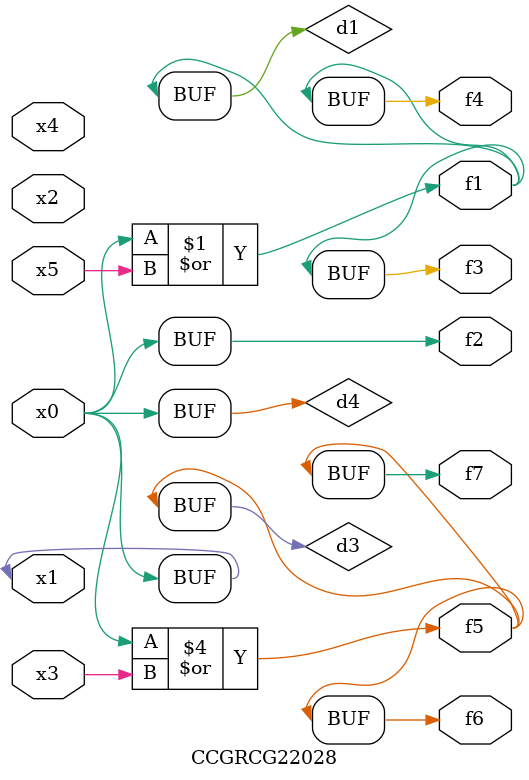
<source format=v>
module CCGRCG22028(
	input x0, x1, x2, x3, x4, x5,
	output f1, f2, f3, f4, f5, f6, f7
);

	wire d1, d2, d3, d4;

	or (d1, x0, x5);
	xnor (d2, x1, x4);
	or (d3, x0, x3);
	buf (d4, x0, x1);
	assign f1 = d1;
	assign f2 = d4;
	assign f3 = d1;
	assign f4 = d1;
	assign f5 = d3;
	assign f6 = d3;
	assign f7 = d3;
endmodule

</source>
